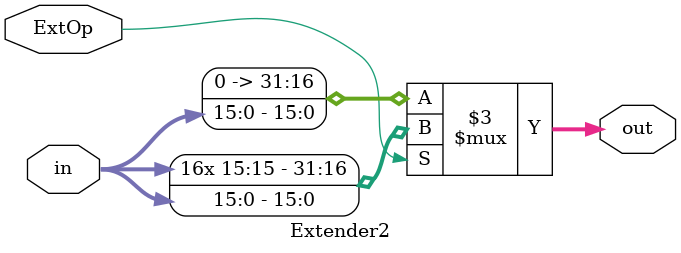
<source format=v>
`timescale 1ns / 1ps


module Extender1
(
    input [4:0]in,
    output reg[31:0]out
    );
    always@(*)
        out<={27'b0,in};
endmodule

module Extender2
(
    input [15:0]in,
    input ExtOp,
    output reg[31:0]out
    );
    always@(*)
    if(ExtOp)
        out<={{16{in[15]}},in};
    else
        out<={16'b0,in};
endmodule

</source>
